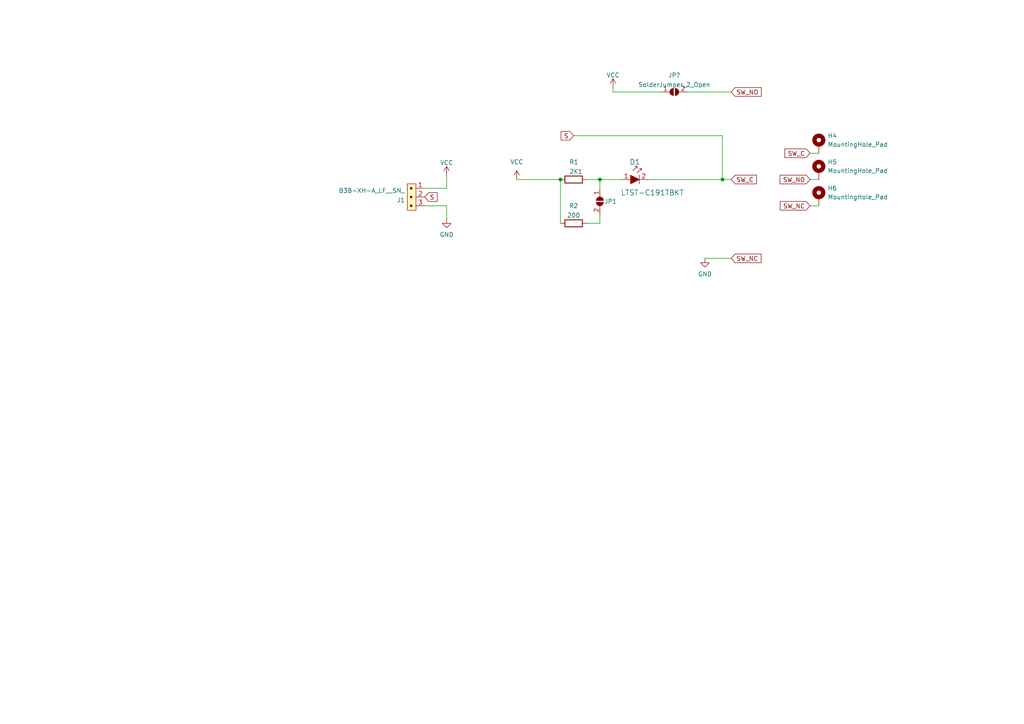
<source format=kicad_sch>
(kicad_sch (version 20211123) (generator eeschema)
  (paper "A4")
  (lib_symbols
    (symbol "Device:R" (pin_numbers hide) (pin_names (offset 0))
      (property "Reference" "R" (at 2.032 0 90))
      (property "Value" "R" (at 0 0 90))
      (symbol "R_0_1"
        (rectangle (start -1.016 -2.54) (end 1.016 2.54) (stroke (width 0.254)))
      )
      (symbol "R_1_1"
        (pin passive line (at 0 3.81 270) (length 1.27) (name "~") (number "1"))
        (pin passive line (at 0 -3.81 90) (length 1.27) (name "~") (number "2"))
      )
    )
    (symbol "Jumper:SolderJumper_2_Open" (pin_names (offset 0) hide)
      (property "Reference" "JP" (at 0 2.032 0))
      (property "Value" "SolderJumper_2_Open" (at 0 -2.54 0))
      (symbol "SolderJumper_2_Open_0_1"
        (arc (start -0.254 1.016) (mid -1.27 0) (end -0.254 -1.016))
        (arc (start -0.254 1.016) (mid -1.27 0) (end -0.254 -1.016) (fill (type outline)))
        (polyline (pts (xy -0.254 1.016) (xy -0.254 -1.016)))
        (polyline (pts (xy 0.254 1.016) (xy 0.254 -1.016)))
        (arc (start 0.254 -1.016) (mid 1.27 0) (end 0.254 1.016))
        (arc (start 0.254 -1.016) (mid 1.27 0) (end 0.254 1.016) (fill (type outline)))
      )
      (symbol "SolderJumper_2_Open_1_1"
        (pin passive line (at -3.81 0 0) (length 2.54) (name "A") (number "1"))
        (pin passive line (at 3.81 0 180) (length 2.54) (name "B") (number "2"))
      )
    )
    (symbol "Mechanical:MountingHole_Pad" (pin_numbers hide) (pin_names (offset 1.016) hide)
      (property "Reference" "H" (at 0 6.35 0))
      (property "Value" "MountingHole_Pad" (at 0 4.445 0))
      (symbol "MountingHole_Pad_0_1"
        (circle (center 0 1.27) (radius 1.27) (stroke (width 1.27)))
      )
      (symbol "MountingHole_Pad_1_1"
        (pin input line (at 0 -2.54 90) (length 2.54) (name "1") (number "1"))
      )
    )
    (symbol "dk_LED-Indication-Discrete:LTST-C191TBKT" (pin_names (offset 0))
      (property "Reference" "D" (at -3.81 2.54 0))
      (property "Value" "LTST-C191TBKT" (at 0 -3.81 0))
      (symbol "LTST-C191TBKT_0_1"
        (polyline (pts (xy -0.635 3.81) (xy -1.905 2.54)))
        (polyline (pts (xy 0 1.27) (xy 0 -1.27)))
        (polyline (pts (xy 0.635 3.175) (xy -0.635 1.905)))
        (polyline (pts (xy -1.27 3.81) (xy -0.635 3.81) (xy -0.635 3.175)))
        (polyline (pts (xy 0 3.175) (xy 0.635 3.175) (xy 0.635 2.54)))
        (polyline (pts (xy -2.54 1.27) (xy -2.54 -1.27) (xy 0 0) (xy -2.54 1.27)) (fill (type outline)))
      )
      (symbol "LTST-C191TBKT_1_1"
        (pin passive line (at -5.08 0 0) (length 2.54) (name "~") (number "1"))
        (pin passive line (at 2.54 0 180) (length 2.54) (name "~") (number "2"))
      )
    )
    (symbol "dk_Rectangular-Connectors-Headers-Male-Pins:B3B-XH-A_LF__SN_" (pin_names (offset 1.016) hide)
      (property "Reference" "J" (at -2.54 -1.27 0))
      (property "Value" "B3B-XH-A_LF__SN_" (at 2.54 -3.81 0))
      (symbol "B3B-XH-A_LF__SN__1_1"
        (rectangle (start -1.27 0) (end 6.35 -2.54) (fill (type background)))
        (rectangle (start -0.254 -1.143) (end 0.254 -1.651) (fill (type outline)))
        (rectangle (start 2.286 -1.143) (end 2.794 -1.651) (fill (type outline)))
        (rectangle (start 4.826 -1.143) (end 5.334 -1.651) (fill (type outline)))
        (pin passive line (at 0 2.54 270) (length 2.54) (name "~") (number "1"))
        (pin passive line (at 2.54 2.54 270) (length 2.54) (name "~") (number "2"))
        (pin passive line (at 5.08 2.54 270) (length 2.54) (name "~") (number "3"))
      )
    )
    (symbol "power:GND" (power) (pin_names (offset 0))
      (property "Value" "GND" (at 0 -3.81 0))
      (symbol "GND_0_1"
        (polyline (pts (xy 0 0) (xy 0 -1.27) (xy 1.27 -1.27) (xy 0 -2.54) (xy -1.27 -1.27) (xy 0 -1.27)))
      )
      (symbol "GND_1_1"
        (pin power_in line (at 0 0 270) (length 0) hide (name "GND") (number "1"))
      )
    )
    (symbol "power:VCC" (power) (pin_names (offset 0))
      (property "Value" "VCC" (at 0 3.81 0))
      (symbol "VCC_0_1"
        (polyline (pts (xy -0.762 1.27) (xy 0 2.54)))
        (polyline (pts (xy 0 0) (xy 0 2.54)))
        (polyline (pts (xy 0 2.54) (xy 0.762 1.27)))
      )
      (symbol "VCC_1_1"
        (pin power_in line (at 0 0 90) (length 0) hide (name "VCC") (number "1"))
      )
    )
  )
  (junction (at 209.55 52.07))
  (junction (at 162.56 52.07))
  (junction (at 173.99 52.07))
  (wire (pts (xy 177.8 26.67) (xy 177.8 25.4)))
  (wire (pts (xy 123.19 54.61) (xy 129.54 54.61)))
  (wire (pts (xy 123.19 59.69) (xy 129.54 59.69)))
  (wire (pts (xy 180.34 52.07) (xy 173.99 52.07)))
  (wire (pts (xy 199.39 26.67) (xy 212.09 26.67)))
  (wire (pts (xy 149.86 52.07) (xy 162.56 52.07)))
  (wire (pts (xy 191.77 26.67) (xy 177.8 26.67)))
  (wire (pts (xy 162.56 52.07) (xy 162.56 64.77)))
  (wire (pts (xy 173.99 54.61) (xy 173.99 52.07)))
  (wire (pts (xy 170.18 64.77) (xy 173.99 64.77)))
  (wire (pts (xy 187.96 52.07) (xy 209.55 52.07)))
  (wire (pts (xy 173.99 52.07) (xy 170.18 52.07)))
  (wire (pts (xy 209.55 52.07) (xy 212.09 52.07)))
  (wire (pts (xy 204.47 74.93) (xy 212.09 74.93)))
  (wire (pts (xy 234.95 59.69) (xy 237.49 59.69)))
  (wire (pts (xy 234.95 44.45) (xy 237.49 44.45)))
  (wire (pts (xy 234.95 52.07) (xy 237.49 52.07)))
  (wire (pts (xy 129.54 54.61) (xy 129.54 50.8)))
  (wire (pts (xy 129.54 59.69) (xy 129.54 63.5)))
  (wire (pts (xy 166.37 39.37) (xy 209.55 39.37)))
  (wire (pts (xy 209.55 39.37) (xy 209.55 52.07)))
  (wire (pts (xy 173.99 62.23) (xy 173.99 64.77)))
  (global_label "SW_NO" (shape input) (at 212.09 26.67 0) (property "Intersheet References" "${INTERSHEET_REFS}" (effects hide)))
  (global_label "SW_C" (shape input) (at 212.09 52.07 0) (property "Intersheet References" "${INTERSHEET_REFS}" (effects hide)))
  (global_label "SW_NC" (shape input) (at 212.09 74.93 0) (property "Intersheet References" "${INTERSHEET_REFS}" (effects hide)))
  (global_label "SW_C" (shape input) (at 234.95 44.45 180) (property "Intersheet References" "${INTERSHEET_REFS}" (effects hide)))
  (global_label "S" (shape input) (at 166.37 39.37 180) (property "Intersheet References" "${INTERSHEET_REFS}" (effects hide)))
  (global_label "SW_NO" (shape input) (at 234.95 52.07 180) (property "Intersheet References" "${INTERSHEET_REFS}" (effects hide)))
  (global_label "SW_NC" (shape input) (at 234.95 59.69 180) (property "Intersheet References" "${INTERSHEET_REFS}" (effects hide)))
  (global_label "S" (shape input) (at 123.19 57.15 0) (property "Intersheet References" "${INTERSHEET_REFS}" (effects hide)))
  (symbol (lib_id "Device:R") (at 166.37 52.07 270) (unit 1)
    (property "Reference" "R1" (at 165.1 46.99 90) (effects (justify left)))
    (property "Value" "2K1" (at 165.1 49.7651 90) (effects (justify left)))
    (property "Footprint" "Resistor_SMD:R_0603_1608Metric" (effects hide))
  )
  (symbol (lib_id "Mechanical:MountingHole_Pad") (at 237.49 57.15 0) (unit 1)
    (property "Reference" "H6" (at 240.03 54.6099 0) (effects (justify left)))
    (property "Value" "MountingHole_Pad" (at 240.03 57.1499 0) (effects (justify left)))
    (property "Footprint" "MountingHole:MountingHole_2.7mm_Pad" (effects hide))
  )
  (symbol (lib_id "dk_Rectangular-Connectors-Headers-Male-Pins:B3B-XH-A_LF__SN_") (at 120.65 54.61 270) (unit 1)
    (property "Reference" "J1" (at 117.475 58.0585 90) (effects (justify right)))
    (property "Value" "B3B-XH-A_LF__SN_" (at 117.475 55.2834 90) (effects (justify right)))
    (property "Footprint" "Connector_JST:JST_XH_B3B-XH-A_1x03_P2.50mm_Vertical" (effects hide))
    (property "Datasheet" "http://www.jst-mfg.com/product/pdf/eng/eXH.pdf" (effects hide))
    (property "Digi-Key_PN" "455-2248-ND" (effects hide))
    (property "MPN" "B3B-XH-A(LF)(SN)" (effects hide))
    (property "Category" "Connectors, Interconnects" (effects hide))
    (property "Family" "Rectangular Connectors - Headers, Male Pins" (effects hide))
    (property "DK_Datasheet_Link" "http://www.jst-mfg.com/product/pdf/eng/eXH.pdf" (effects hide))
    (property "DK_Detail_Page" "/product-detail/en/jst-sales-america-inc/B3B-XH-A(LF)(SN)/455-2248-ND/1651046" (effects hide))
    (property "Description" "CONN HEADER VERT 3POS 2.5MM" (effects hide))
    (property "Manufacturer" "JST Sales America Inc." (effects hide))
    (property "Status" "Active" (effects hide))
  )
  (symbol (lib_id "power:VCC") (at 149.86 52.07 0) (unit 1)
    (property "Reference" "#PWR02" (effects hide))
    (property "Value" "VCC" (at 149.86 46.99 0))
  )
  (symbol (lib_id "dk_LED-Indication-Discrete:LTST-C191TBKT") (at 185.42 52.07 0) (unit 1)
    (property "Reference" "D1" (at 184.15 46.99 0) (effects (font (size 1.524 1.524))))
    (property "Value" "LTST-C191TBKT" (at 189.23 55.88 0) (effects (font (size 1.524 1.524))))
    (property "Footprint" "Diode_SMD:D_0603_1608Metric" (effects hide))
    (property "Datasheet" "http://optoelectronics.liteon.com/upload/download/DS22-2000-230/LTST-C191TBKT.pdf" (effects hide))
    (property "Digi-Key_PN" "160-1647-1-ND" (effects hide))
    (property "MPN" "LTST-C191TBKT" (effects hide))
    (property "Category" "Optoelectronics" (effects hide))
    (property "Family" "LED Indication - Discrete" (effects hide))
    (property "DK_Datasheet_Link" "http://optoelectronics.liteon.com/upload/download/DS22-2000-230/LTST-C191TBKT.pdf" (effects hide))
    (property "DK_Detail_Page" "/product-detail/en/lite-on-inc/LTST-C191TBKT/160-1647-1-ND/573587" (effects hide))
    (property "Description" "LED BLUE CLEAR CHIP SMD" (effects hide))
    (property "Manufacturer" "Lite-On Inc." (effects hide))
    (property "Status" "Active" (effects hide))
  )
  (symbol (lib_id "power:GND") (at 204.47 74.93 0) (unit 1)
    (property "Reference" "#PWR0101" (effects hide))
    (property "Value" "GND" (at 204.47 79.4925 0))
  )
  (symbol (lib_id "Device:R") (at 166.37 64.77 90) (unit 1)
    (property "Reference" "R2" (at 166.37 59.69 90))
    (property "Value" "200" (at 166.37 62.4651 90))
    (property "Footprint" "Resistor_SMD:R_0603_1608Metric" (effects hide))
  )
  (symbol (lib_id "power:VCC") (at 177.8 25.4 0) (unit 1)
    (property "Reference" "#PWR0102" (effects hide))
    (property "Value" "VCC" (at 177.8 21.7955 0))
  )
  (symbol (lib_id "Mechanical:MountingHole_Pad") (at 237.49 49.53 0) (unit 1)
    (property "Reference" "H5" (at 240.03 46.9899 0) (effects (justify left)))
    (property "Value" "MountingHole_Pad" (at 240.03 49.5299 0) (effects (justify left)))
    (property "Footprint" "MountingHole:MountingHole_2.7mm_Pad" (effects hide))
  )
  (symbol (lib_id "Jumper:SolderJumper_2_Open") (at 173.99 58.42 270) (unit 1)
    (property "Reference" "JP1" (at 175.26 58.42 90) (effects (justify left)))
    (property "Value" "SolderJumper_2_Open" (effects hide))
    (property "Footprint" "Jumper:SolderJumper-2_P1.3mm_Open_TrianglePad1.0x1.5mm" (effects hide))
  )
  (symbol (lib_id "Jumper:SolderJumper_2_Open") (at 195.58 26.67 0) (unit 1)
    (property "Reference" "JP?" (at 195.58 21.8145 0))
    (property "Value" "SolderJumper_2_Open" (at 195.58 24.5896 0))
    (property "Footprint" "Jumper:SolderJumper-2_P1.3mm_Open_RoundedPad1.0x1.5mm" (effects hide))
  )
  (symbol (lib_id "Mechanical:MountingHole_Pad") (at 237.49 41.91 0) (unit 1)
    (property "Reference" "H4" (at 240.03 39.3699 0) (effects (justify left)))
    (property "Value" "MountingHole_Pad" (at 240.03 41.9099 0) (effects (justify left)))
    (property "Footprint" "MountingHole:MountingHole_2.7mm_Pad" (effects hide))
  )
  (symbol (lib_id "power:VCC") (at 129.54 50.8 0) (unit 1)
    (property "Reference" "#PWR04" (effects hide))
    (property "Value" "VCC" (at 129.54 47.1955 0))
  )
  (symbol (lib_id "power:GND") (at 129.54 63.5 0) (unit 1)
    (property "Reference" "#PWR03" (effects hide))
    (property "Value" "GND" (at 129.54 68.0625 0))
  )
)
</source>
